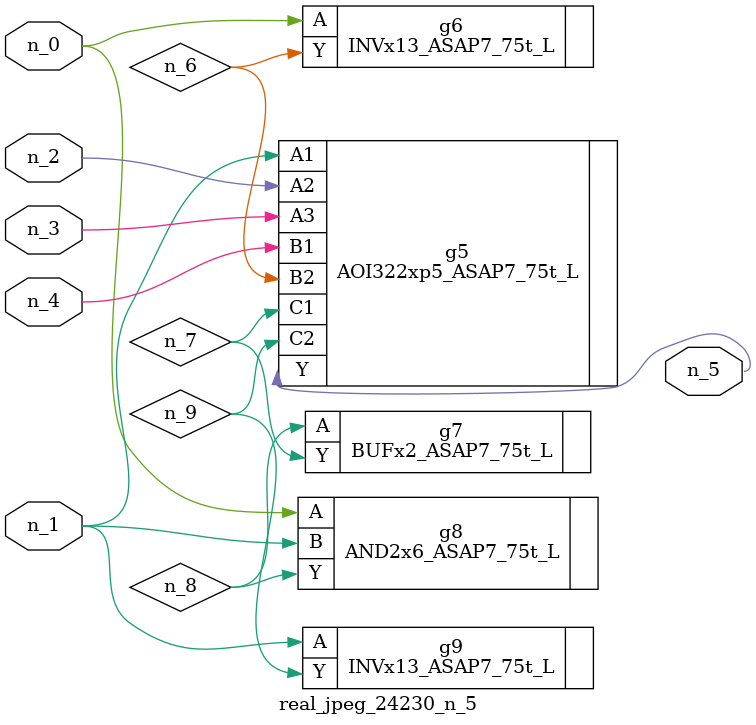
<source format=v>
module real_jpeg_24230_n_5 (n_4, n_0, n_1, n_2, n_3, n_5);

input n_4;
input n_0;
input n_1;
input n_2;
input n_3;

output n_5;

wire n_8;
wire n_6;
wire n_7;
wire n_9;

INVx13_ASAP7_75t_L g6 ( 
.A(n_0),
.Y(n_6)
);

AND2x6_ASAP7_75t_L g8 ( 
.A(n_0),
.B(n_1),
.Y(n_8)
);

AOI322xp5_ASAP7_75t_L g5 ( 
.A1(n_1),
.A2(n_2),
.A3(n_3),
.B1(n_4),
.B2(n_6),
.C1(n_7),
.C2(n_9),
.Y(n_5)
);

INVx13_ASAP7_75t_L g9 ( 
.A(n_1),
.Y(n_9)
);

BUFx2_ASAP7_75t_L g7 ( 
.A(n_8),
.Y(n_7)
);


endmodule
</source>
